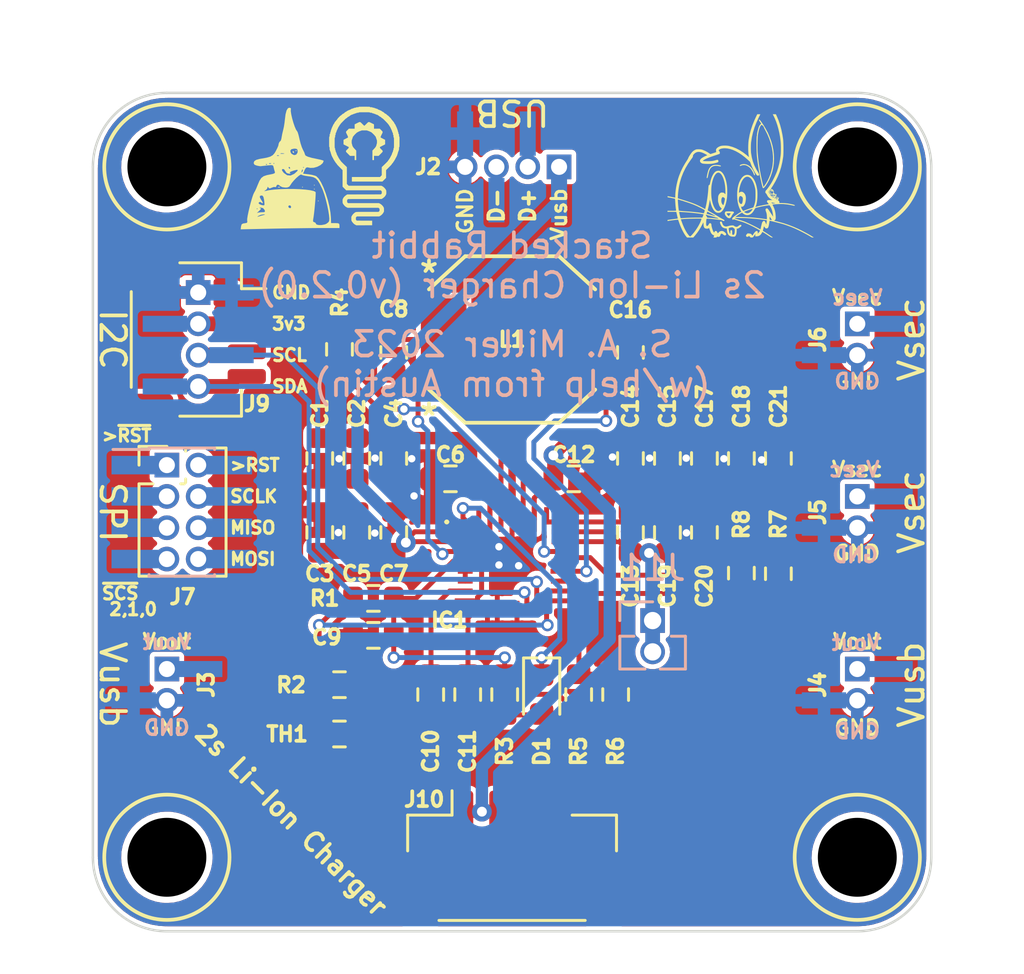
<source format=kicad_pcb>
(kicad_pcb (version 20211014) (generator pcbnew)
  (title_block (title "2s Li-Ion Charger") (rev "0.2.0") (company "The Nerd Mage / Austins Creations"))
  (layers (0 "F.Cu" signal) (31 "B.Cu" signal) (34 "B.Paste" user) (35 "F.Paste" user) (36 "B.SilkS" user "B.Silkscreen") (37 "F.SilkS" user "F.Silkscreen") (38 "B.Mask" user) (39 "F.Mask" user) (44 "Edge.Cuts" user))
  (net 0 "")
  (net 1 "UD+")
  (net 2 "UD-")
  (net 3 "GND")
  (net 8 "SDA")
  (net 9 "SCL")
  (net 10 "RESET")
  (net 11 "~{RESET}")
  (net 12 "~{SCS}2")
  (net 13 "SCLK")
  (net 14 "~{SCS}1")
  (net 15 "MISO")
  (net 16 "Vcc?")
  (net 17 "~{SCS}0")
  (net 18 "MOSI")
  (net 19 "Net-(C1-Pad2)")
  (net 20 "Vusb")
  (net 21 "Net-(C8-Pad1)")
  (net 22 "Net-(C8-Pad2)")
  (net 23 "/REGN")
  (net 24 "Net-(C10-Pad2)")
  (net 25 "VDD")
  (net 26 "Net-(C13-Pad1)")
  (net 27 "VBUS")
  (net 28 "Net-(C16-Pad1)")
  (net 29 "Net-(C16-Pad2)")
  (net 30 "Net-(D1-Pad1)")
  (net 31 "Net-(IC1-Pad6)")
  (net 33 "Net-(IC1-Pad16)")
  (net 34 "Net-(IC1-Pad17)")
  (net 35 "Net-(IC1-Pad18)")
  (net 36 "Net-(IC1-Pad20)")
  (net 37 "Net-(IC1-Pad21)")
  (net 38 "Net-(D1-Pad2)")
  (footprint "Tinker:Mount" (layer "F.Cu") (at 114 114)
    (fp_text reference "REF**" hide)
    (fp_text value "Mount" hide)
    (pad "" np_thru_hole circle (at 0 0) (size 3.2 3.2) (drill 3.2) (layers *.Mask))
  )
  (footprint "Resistor_SMD:R_0603_1608Metric" (layer "F.Cu") (at 109.3 102.475 -90)
    (fp_text reference "R8" (at -1.975 0 90) (layer "F.SilkS") (effects (font (size 0.6 0.6))))
    (fp_text value "100r")
    (pad "1" smd roundrect (at -0.825 0 270) (size 0.8 0.95) (layers "F.Cu" "F.Paste" "F.Mask") (net 27 "VBUS"))
    (pad "2" smd roundrect (at 0.825 0 270) (size 0.8 0.95) (layers "F.Cu" "F.Paste" "F.Mask") (net 35 "Net-(IC1-Pad18)"))
  )
  (footprint "Resistor_SMD:R_0603_1608Metric" (layer "F.Cu") (at 98.2 107.4 90)
    (fp_text reference "C11" (at -2.3 0 90) (layer "F.SilkS") (effects (font (size 0.6 0.6))))
    (fp_text value "100nF")
    (pad "1" smd roundrect (at -0.825 0 90) (size 0.8 0.95) (layers "F.Cu" "F.Paste" "F.Mask") (net 3 "GND"))
    (pad "2" smd roundrect (at 0.825 0 90) (size 0.8 0.95) (layers "F.Cu" "F.Paste" "F.Mask") (net 20 "Vusb"))
  )
  (footprint "Tinker:BQ25792RQMR" (layer "F.Cu") (at 100 102)
    (fp_text reference "IC1" (at -2.542101 2.388923) (layer "F.SilkS") (effects (font (size 0.6 0.6))))
    (fp_text value "BQ25792RQMR" hide)
    (pad "1" smd rect (at -1.825 -1.6 90) (size 0.2 0.95) (layers "F.Cu" "F.Paste" "F.Mask") (net 30 "Net-(D1-Pad1)"))
    (pad "2" smd rect (at -1.9 -1.2 90) (size 0.2 0.6) (layers "F.Cu" "F.Paste" "F.Mask") (net 20 "Vusb"))
    (pad "3" smd rect (at -1.9 -0.8 90) (size 0.2 0.6) (layers "F.Cu" "F.Paste" "F.Mask") (net 20 "Vusb"))
    (pad "4" smd rect (at -1.9 -0.4 90) (size 0.2 0.6) (layers "F.Cu" "F.Paste" "F.Mask") (net 22 "Net-(C8-Pad2)"))
    (pad "5" smd rect (at -1.9 0 90) (size 0.2 0.6) (layers "F.Cu" "F.Paste" "F.Mask") (net 23 "/REGN"))
    (pad "6" smd rect (at -1.9 0.4 90) (size 0.2 0.6) (layers "F.Cu" "F.Paste" "F.Mask") (net 31 "Net-(IC1-Pad6)"))
    (pad "7" smd rect (at -1.9 0.8 90) (size 0.2 0.6) (layers "F.Cu" "F.Paste" "F.Mask") (net 31 "Net-(IC1-Pad6)"))
    (pad "8" smd rect (at -1.9 1.2 90) (size 0.2 0.6) (layers "F.Cu" "F.Paste" "F.Mask") (net 24 "Net-(C10-Pad2)"))
    (pad "9" smd rect (at -1.85 1.6 90) (size 0.2 0.95) (layers "F.Cu" "F.Paste" "F.Mask") (net 20 "Vusb"))
    (pad "10" smd rect (at -1 1.9) (size 0.2 0.6) (layers "F.Cu" "F.Paste" "F.Mask") (net 3 "GND"))
    (pad "11" smd rect (at -0.6 1.9) (size 0.2 0.6) (layers "F.Cu" "F.Paste" "F.Mask") (net 3 "GND"))
    (pad "12" smd rect (at -0.2 1.9) (size 0.2 0.6) (layers "F.Cu" "F.Paste" "F.Mask"))
    (pad "13" smd rect (at 0.2 1.9) (size 0.2 0.6) (layers "F.Cu" "F.Paste" "F.Mask") (net 3 "GND"))
    (pad "14" smd rect (at 0.6 1.9) (size 0.2 0.6) (layers "F.Cu" "F.Paste" "F.Mask") (net 9 "SCL"))
    (pad "15" smd rect (at 1 1.9) (size 0.2 0.6) (layers "F.Cu" "F.Paste" "F.Mask") (net 8 "SDA"))
    (pad "16" smd rect (at 1.85 1.6 90) (size 0.2 0.95) (layers "F.Cu" "F.Paste" "F.Mask") (net 33 "Net-(IC1-Pad16)"))
    (pad "17" smd rect (at 1.9 1.2 90) (size 0.2 0.7) (layers "F.Cu" "F.Paste" "F.Mask") (net 34 "Net-(IC1-Pad17)"))
    (pad "18" smd rect (at 1.9 0.8 90) (size 0.2 0.65) (layers "F.Cu" "F.Paste" "F.Mask") (net 35 "Net-(IC1-Pad18)"))
    (pad "19" smd rect (at 1.9 0.4 90) (size 0.2 0.68) (layers "F.Cu" "F.Paste" "F.Mask") (net 28 "Net-(C16-Pad1)"))
    (pad "20" smd rect (at 1.9 0 90) (size 0.2 0.6) (layers "F.Cu" "F.Paste" "F.Mask") (net 36 "Net-(IC1-Pad20)"))
    (pad "21" smd rect (at 1.9 -0.4 90) (size 0.2 0.6) (layers "F.Cu" "F.Paste" "F.Mask") (net 37 "Net-(IC1-Pad21)"))
    (pad "22" smd rect (at 1.9 -0.8 90) (size 0.2 0.6) (layers "F.Cu" "F.Paste" "F.Mask") (net 27 "VBUS"))
    (pad "23" smd rect (at 1.9 -1.2 90) (size 0.2 0.6) (layers "F.Cu" "F.Paste" "F.Mask") (net 27 "VBUS"))
    (pad "24" smd rect (at 1.85 -1.6 90) (size 0.2 0.95) (layers "F.Cu" "F.Paste" "F.Mask") (net 26 "Net-(C13-Pad1)"))
    (pad "25" smd rect (at 0.9 -1.7) (size 0.2 1) (layers "F.Cu" "F.Paste" "F.Mask") (net 25 "VDD"))
    (pad "26" smd rect (at 0.45 -1.7) (size 0.2 1) (layers "F.Cu" "F.Paste" "F.Mask") (net 29 "Net-(C16-Pad2)"))
    (pad "27" smd rect (at 0 -1.7) (size 0.2 1) (layers "F.Cu" "F.Paste" "F.Mask") (net 3 "GND"))
    (pad "28" smd rect (at -0.45 -1.7) (size 0.2 1) (layers "F.Cu" "F.Paste" "F.Mask") (net 21 "Net-(C8-Pad1)"))
    (pad "29" smd rect (at -0.9 -1.7) (size 0.2 0.95) (layers "F.Cu" "F.Paste" "F.Mask") (net 19 "Net-(C1-Pad2)"))
    (pad "30" smd rect (at -1.35 -1.85) (size 0.2 0.7) (layers "F.Cu" "F.Paste" "F.Mask") (net 30 "Net-(D1-Pad1)"))
    (pad "31" smd rect (at -1.4 1.85) (size 0.2 0.7) (layers "F.Cu" "F.Paste" "F.Mask") (net 20 "Vusb"))
    (pad "32" smd rect (at 1.4 1.85) (size 0.2 0.7) (layers "F.Cu" "F.Paste" "F.Mask") (net 33 "Net-(IC1-Pad16)"))
    (pad "33" smd rect (at 1.4 -1.85) (size 0.2 0.7) (layers "F.Cu" "F.Paste" "F.Mask") (net 26 "Net-(C13-Pad1)"))
  )
  (footprint "Tinker:QWIIC_Stack_II" (layer "F.Cu") (at 87.27 93 -90)
    (fp_text reference "J9" (at 2.61321 -2.390416 180) (layer "F.SilkS") (effects (font (size 0.6 0.6))))
    (fp_text value "QWIIC_Stack_II")
    (pad "1" smd rect (at -1.905 -1.35) (size 1.8 0.65) (layers "B.Cu" "B.Paste" "B.Mask") (net 3 "GND"))
    (pad "1" smd roundrect (at -1.5 -1.97 270) (size 0.6 1.55) (layers "F.Cu" "F.Paste" "F.Mask") (net 3 "GND"))
    (pad "1" thru_hole rect (at -1.905 0) (size 1 1) (drill 0.65) (layers *.Cu *.Mask) (net 3 "GND"))
    (pad "1" smd roundrect (at -1.905 -0.877656 270) (size 0.6 1.55) (layers "F.Cu" "F.Paste" "F.Mask") (net 3 "GND"))
    (pad "2" smd roundrect (at -0.5 -1.97 270) (size 0.6 1.55) (layers "F.Cu" "F.Paste" "F.Mask") (net 16 "Vcc?"))
    (pad "2" smd rect (at -0.635 1.35) (size 1.8 0.65) (layers "B.Cu" "B.Paste" "B.Mask") (net 16 "Vcc?"))
    (pad "2" thru_hole oval (at -0.635 0) (size 1 1) (drill 0.65) (layers *.Cu *.Mask) (net 16 "Vcc?"))
    (pad "2" smd roundrect (at -0.635 -0.877656 270) (size 0.6 1.55) (layers "F.Cu" "F.Paste" "F.Mask") (net 16 "Vcc?"))
    (pad "3" smd rect (at 0.635 -1.35) (size 1.8 0.65) (layers "B.Cu" "B.Paste" "B.Mask") (net 8 "SDA"))
    (pad "3" smd roundrect (at 0.5 -1.97 270) (size 0.6 1.55) (layers "F.Cu" "F.Paste" "F.Mask") (net 8 "SDA"))
    (pad "3" thru_hole oval (at 0.635 0) (size 1 1) (drill 0.65) (layers *.Cu *.Mask) (net 8 "SDA"))
    (pad "3" smd roundrect (at 0.635 -0.877656 270) (size 0.6 1.55) (layers "F.Cu" "F.Paste" "F.Mask") (net 8 "SDA"))
    (pad "4" smd rect (at 1.905 1.35) (size 1.8 0.65) (layers "B.Cu" "B.Paste" "B.Mask") (net 9 "SCL"))
    (pad "4" thru_hole oval (at 1.905 0) (size 1 1) (drill 0.65) (layers *.Cu *.Mask) (net 9 "SCL"))
    (pad "4" smd roundrect (at 1.5 -1.97 270) (size 0.6 1.55) (layers "F.Cu" "F.Paste" "F.Mask") (net 9 "SCL"))
    (pad "4" smd roundrect (at 1.905 -0.877656 270) (size 0.6 1.55) (layers "F.Cu" "F.Paste" "F.Mask") (net 9 "SCL"))
    (pad "MP" smd roundrect (at -2.8 1.905 270) (size 1.2 1.8) (layers "F.Cu" "F.Paste" "F.Mask") (roundrect_rratio 0.208333) (net 3 "GND"))
    (pad "MP" smd roundrect (at 2.8 1.905 270) (size 1.2 1.8) (layers "F.Cu" "F.Paste" "F.Mask") (roundrect_rratio 0.208333) (net 3 "GND"))
  )
  (footprint "Resistor_SMD:R_0603_1608Metric" (layer "F.Cu") (at 96.7 107.4 90)
    (fp_text reference "C10" (at -2.3 0 90) (layer "F.SilkS") (effects (font (size 0.6 0.6))))
    (fp_text value "100nF")
    (pad "1" smd roundrect (at -0.825 0 90) (size 0.8 0.95) (layers "F.Cu" "F.Paste" "F.Mask") (net 3 "GND"))
    (pad "2" smd roundrect (at 0.825 0 90) (size 0.8 0.95) (layers "F.Cu" "F.Paste" "F.Mask") (net 24 "Net-(C10-Pad2)"))
  )
  (footprint "Tinker:PinHeader_2x04_P1.27mm_Vertical" (layer "F.Cu") (at 86 98.095)
    (fp_text reference "J7" (at 0.635 5.345 180) (layer "F.SilkS") (effects (font (size 0.6 0.6))))
    (fp_text value "Conn_01x08_Male" hide)
    (pad "1" smd rect (at -1.195 0) (size 2.1 0.75) (layers "B.Cu" "B.Paste" "B.Mask") (net 11 "~{RESET}"))
    (pad "1" thru_hole rect (at 0 0) (size 1 1) (drill 0.65) (layers *.Cu *.Mask) (net 11 "~{RESET}"))
    (pad "2" smd rect (at 2.405 0) (size 2.1 0.75) (layers "B.Cu" "B.Paste" "B.Mask") (net 10 "RESET"))
    (pad "2" thru_hole oval (at 1.27 0) (size 1 1) (drill 0.65) (layers *.Cu *.Mask) (net 10 "RESET"))
    (pad "3" smd rect (at -1.195 1.27) (size 2.1 0.75) (layers "B.Cu" "B.Paste" "B.Mask") (net 12 "~{SCS}2"))
    (pad "3" thru_hole oval (at 0 1.27) (size 1 1) (drill 0.65) (layers *.Cu *.Mask) (net 12 "~{SCS}2"))
    (pad "4" thru_hole oval (at 1.27 1.27) (size 1 1) (drill 0.65) (layers *.Cu *.Mask) (net 13 "SCLK"))
    (pad "4" smd rect (at 2.405 1.27) (size 2.1 0.75) (layers "B.Cu" "B.Paste" "B.Mask") (net 13 "SCLK"))
    (pad "5" thru_hole oval (at 0 2.54) (size 1 1) (drill 0.65) (layers *.Cu *.Mask) (net 14 "~{SCS}1"))
    (pad "5" smd rect (at -1.195 2.54) (size 2.1 0.75) (layers "B.Cu" "B.Paste" "B.Mask") (net 14 "~{SCS}1"))
    (pad "6" smd rect (at 2.405 2.54) (size 2.1 0.75) (layers "B.Cu" "B.Paste" "B.Mask") (net 15 "MISO"))
    (pad "6" thru_hole oval (at 1.27 2.54) (size 1 1) (drill 0.65) (layers *.Cu *.Mask) (net 15 "MISO"))
    (pad "7" smd rect (at -1.195 3.81) (size 2.1 0.75) (layers "B.Cu" "B.Paste" "B.Mask") (net 17 "~{SCS}0"))
    (pad "7" thru_hole oval (at 0 3.81) (size 1 1) (drill 0.65) (layers *.Cu *.Mask) (net 17 "~{SCS}0"))
    (pad "8" thru_hole oval (at 1.27 3.81) (size 1 1) (drill 0.65) (layers *.Cu *.Mask) (net 18 "MOSI"))
    (pad "8" smd rect (at 2.405 3.81) (size 2.1 0.75) (layers "B.Cu" "B.Paste" "B.Mask") (net 18 "MOSI"))
  )
  (footprint "Resistor_SMD:R_0603_1608Metric" (layer "F.Cu") (at 104.8 100.825 -90)
    (fp_text reference "C13" (at 2.175 0 90) (layer "F.SilkS") (effects (font (size 0.6 0.6))))
    (fp_text value "1nF")
    (pad "1" smd roundrect (at -0.825 0 270) (size 0.8 0.95) (layers "F.Cu" "F.Paste" "F.Mask") (net 26 "Net-(C13-Pad1)"))
    (pad "2" smd roundrect (at 0.825 0 270) (size 0.8 0.95) (layers "F.Cu" "F.Paste" "F.Mask") (net 27 "VBUS"))
  )
  (footprint "Tinker:Mount" (layer "F.Cu") (at 86 114)
    (fp_text reference "REF**" hide)
    (fp_text value "Mount" hide)
    (pad "" np_thru_hole circle (at 0 0) (size 3.2 3.2) (drill 3.2) (layers *.Mask))
  )
  (footprint "Resistor_SMD:R_0603_1608Metric" (layer "F.Cu") (at 94.375 103.5 180)
    (fp_text reference "R1" (at 1.975 0) (layer "F.SilkS") (effects (font (size 0.6 0.6))))
    (fp_text value "5.23k")
    (pad "1" smd roundrect (at -0.825 0 180) (size 0.8 0.95) (layers "F.Cu" "F.Paste" "F.Mask") (net 23 "/REGN"))
    (pad "2" smd roundrect (at 0.825 0 180) (size 0.8 0.95) (layers "F.Cu" "F.Paste" "F.Mask") (net 33 "Net-(IC1-Pad16)"))
  )
  (footprint "Resistor_SMD:R_0603_1608Metric" (layer "F.Cu") (at 99.7 107.4 -90)
    (fp_text reference "R3" (at 2.3 0 90) (layer "F.SilkS") (effects (font (size 0.6 0.6))))
    (fp_text value "4.7k")
    (pad "1" smd roundrect (at -0.825 0 270) (size 0.8 0.95) (layers "F.Cu" "F.Paste" "F.Mask") (net 23 "/REGN"))
    (pad "2" smd roundrect (at 0.825 0 270) (size 0.8 0.95) (layers "F.Cu" "F.Paste" "F.Mask") (net 38 "Net-(D1-Pad2)"))
  )
  (footprint "Tinker:DagNabbit" (layer "F.Cu") (at 109 87)
    (fp_text reference "REF**" hide)
    (fp_text value "DagNabbit" hide)
  )
  (footprint "Resistor_SMD:R_0603_1608Metric" (layer "F.Cu") (at 104.8 97.825 90)
    (fp_text reference "C14" (at 2.113964 0.006845 90) (layer "F.SilkS") (effects (font (size 0.6 0.6))))
    (fp_text value "10uF")
    (pad "1" smd roundrect (at -0.825 0 90) (size 0.8 0.95) (layers "F.Cu" "F.Paste" "F.Mask") (net 3 "GND"))
    (pad "2" smd roundrect (at 0.825 0 90) (size 0.8 0.95) (layers "F.Cu" "F.Paste" "F.Mask") (net 25 "VDD"))
  )
  (footprint "Resistor_SMD:R_0603_1608Metric" (layer "F.Cu") (at 95.2 100.825 -90)
    (fp_text reference "C7" (at 1.675 0) (layer "F.SilkS") (effects (font (size 0.6 0.6))))
    (fp_text value "100nF")
    (pad "1" smd roundrect (at -0.825 0 270) (size 0.8 0.95) (layers "F.Cu" "F.Paste" "F.Mask") (net 3 "GND"))
    (pad "2" smd roundrect (at 0.825 0 270) (size 0.8 0.95) (layers "F.Cu" "F.Paste" "F.Mask") (net 20 "Vusb"))
  )
  (footprint "LED_SMD:LED_0603_1608Metric" (layer "F.Cu") (at 101.2 107.4 -90)
    (fp_text reference "D1" (at 2.3 0 90) (layer "F.SilkS") (effects (font (size 0.6 0.6))))
    (fp_text value "red")
    (pad "1" smd roundrect (at -0.7875 0 270) (size 0.875 0.95) (layers "F.Cu" "F.Paste" "F.Mask") (net 30 "Net-(D1-Pad1)"))
    (pad "2" smd roundrect (at 0.7875 0 270) (size 0.875 0.95) (layers "F.Cu" "F.Paste" "F.Mask") (net 38 "Net-(D1-Pad2)"))
  )
  (footprint "Resistor_SMD:R_0603_1608Metric" (layer "F.Cu") (at 93 109)
    (fp_text reference "TH1" (at -2.12186 0.006083) (layer "F.SilkS") (effects (font (size 0.6 0.6))))
    (fp_text value "Thermistor_NTC")
    (pad "1" smd roundrect (at -0.825 0) (size 0.8 0.95) (layers "F.Cu" "F.Paste" "F.Mask") (net 33 "Net-(IC1-Pad16)"))
    (pad "2" smd roundrect (at 0.825 0) (size 0.8 0.95) (layers "F.Cu" "F.Paste" "F.Mask") (net 3 "GND"))
  )
  (footprint "Tinker:Board_Stacker_2" (layer "F.Cu") (at 114 106.365)
    (fp_text reference "J4" (at -1.6 0.635 90) (layer "F.SilkS") (effects (font (size 0.6 0.6))))
    (fp_text value "Conn_01x02_Male")
    (pad "1" thru_hole rect (at 0 0) (size 1 1) (drill 0.65) (layers *.Cu *.Mask))
    (pad "1" smd rect (at 1.35 0) (size 1.8 0.65) (layers "B.Cu" "B.Paste" "B.Mask"))
    (pad "2" thru_hole oval (at 0 1.27) (size 1 1) (drill 0.65) (layers *.Cu *.Mask) (net 3 "GND"))
    (pad "2" smd rect (at -1.35 1.27) (size 1.8 0.65) (layers "B.Cu" "B.Paste" "B.Mask") (net 3 "GND"))
  )
  (footprint "Resistor_SMD:R_0603_1608Metric" (layer "F.Cu") (at 92.2 97.825 90)
    (fp_text reference "C1" (at 1.829756 0.007499 90) (layer "F.SilkS") (effects (font (size 0.6 0.6))))
    (fp_text value "10uF")
    (pad "1" smd roundrect (at -0.825 0 90) (size 0.8 0.95) (layers "F.Cu" "F.Paste" "F.Mask") (net 3 "GND"))
    (pad "2" smd roundrect (at 0.825 0 90) (size 0.8 0.95) (layers "F.Cu" "F.Paste" "F.Mask") (net 19 "Net-(C1-Pad2)"))
  )
  (footprint "Resistor_SMD:R_0603_1608Metric" (layer "F.Cu") (at 110.8 97.825 90)
    (fp_text reference "C21" (at 2.113964 0.006845 90) (layer "F.SilkS") (effects (font (size 0.6 0.6))))
    (fp_text value "10uF")
    (pad "1" smd roundrect (at -0.825 0 90) (size 0.8 0.95) (layers "F.Cu" "F.Paste" "F.Mask") (net 3 "GND"))
    (pad "2" smd roundrect (at 0.825 0 90) (size 0.8 0.95) (layers "F.Cu" "F.Paste" "F.Mask") (net 25 "VDD"))
  )
  (footprint "Resistor_SMD:R_0603_1608Metric" (layer "F.Cu") (at 104.8 93.525 90)
    (fp_text reference "C16" (at 1.727244 -0.005157) (layer "F.SilkS") (effects (font (size 0.6 0.6))))
    (fp_text value "47nF")
    (pad "1" smd roundrect (at -0.825 0 90) (size 0.8 0.95) (layers "F.Cu" "F.Paste" "F.Mask") (net 28 "Net-(C16-Pad1)"))
    (pad "2" smd roundrect (at 0.825 0 90) (size 0.8 0.95) (layers "F.Cu" "F.Paste" "F.Mask") (net 29 "Net-(C16-Pad2)"))
  )
  (footprint "Tinker:Mount" (layer "F.Cu") (at 114 86)
    (fp_text reference "REF**" hide)
    (fp_text value "Mount" hide)
    (pad "" np_thru_hole circle (at 0 0) (size 3.2 3.2) (drill 3.2) (layers *.Mask))
  )
  (footprint "Resistor_SMD:R_0603_1608Metric" (layer "F.Cu") (at 107.8 100.825 -90)
    (fp_text reference "C20" (at 2.175 0 90) (layer "F.SilkS") (effects (font (size 0.6 0.6))))
    (fp_text value "10uF")
    (pad "1" smd roundrect (at -0.825 0 270) (size 0.8 0.95) (layers "F.Cu" "F.Paste" "F.Mask") (net 3 "GND"))
    (pad "2" smd roundrect (at 0.825 0 270) (size 0.8 0.95) (layers "F.Cu" "F.Paste" "F.Mask") (net 27 "VBUS"))
  )
  (footprint "Resistor_SMD:R_0603_1608Metric" (layer "F.Cu") (at 93.7 100.825 -90)
    (fp_text reference "C5" (at 1.675 0) (layer "F.SilkS") (effects (font (size 0.6 0.6))))
    (fp_text value "10uF")
    (pad "1" smd roundrect (at -0.825 0 270) (size 0.8 0.95) (layers "F.Cu" "F.Paste" "F.Mask") (net 3 "GND"))
    (pad "2" smd roundrect (at 0.825 0 270) (size 0.8 0.95) (layers "F.Cu" "F.Paste" "F.Mask") (net 20 "Vusb"))
  )
  (footprint "Resistor_SMD:R_0603_1608Metric" (layer "F.Cu") (at 92.2 100.825 -90)
    (fp_text reference "C3" (at 1.675 0) (layer "F.SilkS") (effects (font (size 0.6 0.6))))
    (fp_text value "10uF")
    (pad "1" smd roundrect (at -0.825 0 270) (size 0.8 0.95) (layers "F.Cu" "F.Paste" "F.Mask") (net 3 "GND"))
    (pad "2" smd roundrect (at 0.825 0 270) (size 0.8 0.95) (layers "F.Cu" "F.Paste" "F.Mask") (net 20 "Vusb"))
  )
  (footprint "Tinker:Board_Stacker_4" (layer "F.Cu") (at 101.905 86 -90)
    (fp_text reference "J2" (at 0 5.305) (layer "F.SilkS") (effects (font (size 0.6 0.6))))
    (fp_text value "Conn_01x04_Male")
    (pad "1" smd rect (at 1.35 0 270) (size 1.8 0.65) (layers "B.Cu" "B.Paste" "B.Mask") (net 20 "Vusb"))
    (pad "1" thru_hole rect (at 0 0 270) (size 1 1) (drill 0.65) (layers *.Cu *.Mask) (net 20 "Vusb"))
    (pad "2" thru_hole oval (at 0 1.27 270) (size 1 1) (drill 0.65) (layers *.Cu *.Mask) (net 1 "UD+"))
    (pad "2" smd rect (at -1.35 1.27 270) (size 1.8 0.65) (layers "B.Cu" "B.Paste" "B.Mask") (net 1 "UD+"))
    (pad "3" thru_hole oval (at 0 2.54 270) (size 1 1) (drill 0.65) (layers *.Cu *.Mask) (net 2 "UD-"))
    (pad "3" smd rect (at 1.35 2.54 270) (size 1.8 0.65) (layers "B.Cu" "B.Paste" "B.Mask") (net 2 "UD-"))
    (pad "4" thru_hole oval (at 0 3.81 270) (size 1 1) (drill 0.65) (layers *.Cu *.Mask) (net 3 "GND"))
    (pad "4" smd rect (at -1.35 3.81 270) (size 1.8 0.65) (layers "B.Cu" "B.Paste" "B.Mask") (net 3 "GND"))
  )
  (footprint "Tinker:Board_Stacker_2" (layer "F.Cu") (at 86 106.365)
    (fp_text reference "J3" (at 1.6 0.635 90) (layer "F.SilkS") (effects (font (size 0.6 0.6))))
    (fp_text value "Conn_01x02_Male")
    (pad "1" smd rect (at 1.35 0) (size 1.8 0.65) (layers "B.Cu" "B.Paste" "B.Mask"))
    (pad "1" thru_hole rect (at 0 0) (size 1 1) (drill 0.65) (layers *.Cu *.Mask))
    (pad "2" smd rect (at -1.35 1.27) (size 1.8 0.65) (layers "B.Cu" "B.Paste" "B.Mask") (net 3 "GND"))
    (pad "2" thru_hole oval (at 0 1.27) (size 1 1) (drill 0.65) (layers *.Cu *.Mask) (net 3 "GND"))
  )
  (footprint "Tinker:SPM6530_TDK" (layer "F.Cu") (at 100 93)
    (fp_text reference "L1" (at 0 0 unlocked) (layer "F.SilkS") (effects (font (size 0.6 0.6))))
    (fp_text value "1uH")
    (fp_text user "*" (at -3.370346 3.131465) (layer "F.SilkS"))
    (fp_text user "*" (at -3.370346 -2.66281 unlocked) (layer "F.SilkS"))
    (pad "1" smd rect (at -2.775 0) (size 1.85 3.400001) (layers "F.Cu" "F.Paste" "F.Mask") (net 21 "Net-(C8-Pad1)"))
    (pad "2" smd rect (at 2.775 0) (size 1.85 3.400001) (layers "F.Cu" "F.Paste" "F.Mask") (net 29 "Net-(C16-Pad2)"))
  )
  (footprint "Resistor_SMD:R_0603_1608Metric" (layer "F.Cu") (at 109.3 97.825 90)
    (fp_text reference "C18" (at 2.113964 0.006845 90) (layer "F.SilkS") (effects (font (size 0.6 0.6))))
    (fp_text value "10uF")
    (pad "1" smd roundrect (at -0.825 0 90) (size 0.8 0.95) (layers "F.Cu" "F.Paste" "F.Mask") (net 3 "GND"))
    (pad "2" smd roundrect (at 0.825 0 90) (size 0.8 0.95) (layers "F.Cu" "F.Paste" "F.Mask") (net 25 "VDD"))
  )
  (footprint "Resistor_SMD:R_0603_1608Metric" (layer "F.Cu") (at 102.7 107.4 -90)
    (fp_text reference "R5" (at 2.3 0 90) (layer "F.SilkS") (effects (font (size 0.6 0.6))))
    (fp_text value "100k")
    (pad "1" smd roundrect (at -0.825 0 270) (size 0.8 0.95) (layers "F.Cu" "F.Paste" "F.Mask") (net 34 "Net-(IC1-Pad17)"))
    (pad "2" smd roundrect (at 0.825 0 270) (size 0.8 0.95) (layers "F.Cu" "F.Paste" "F.Mask") (net 23 "/REGN"))
  )
  (footprint "Resistor_SMD:R_0603_1608Metric" (layer "F.Cu") (at 106.3 100.825 -90)
    (fp_text reference "C19" (at 2.175 0 90) (layer "F.SilkS") (effects (font (size 0.6 0.6))))
    (fp_text value "10uF")
    (pad "1" smd roundrect (at -0.825 0 270) (size 0.8 0.95) (layers "F.Cu" "F.Paste" "F.Mask") (net 3 "GND"))
    (pad "2" smd roundrect (at 0.825 0 270) (size 0.8 0.95) (layers "F.Cu" "F.Paste" "F.Mask") (net 27 "VBUS"))
  )
  (footprint "Resistor_SMD:R_0603_1608Metric" (layer "F.Cu") (at 94.375 105)
    (fp_text reference "C9" (at -1.889716 0.07377) (layer "F.SilkS") (effects (font (size 0.6 0.6))))
    (fp_text value "4.7uF")
    (pad "1" smd roundrect (at -0.825 0) (size 0.8 0.95) (layers "F.Cu" "F.Paste" "F.Mask") (net 3 "GND"))
    (pad "2" smd roundrect (at 0.825 0) (size 0.8 0.95) (layers "F.Cu" "F.Paste" "F.Mask") (net 23 "/REGN"))
  )
  (footprint "Resistor_SMD:R_0603_1608Metric" (layer "F.Cu") (at 104.2 107.4 -90)
    (fp_text reference "R6" (at 2.3 0 90) (layer "F.SilkS") (effects (font (size 0.6 0.6))))
    (fp_text value "100k")
    (pad "1" smd roundrect (at -0.825 0 270) (size 0.8 0.95) (layers "F.Cu" "F.Paste" "F.Mask") (net 34 "Net-(IC1-Pad17)"))
    (pad "2" smd roundrect (at 0.825 0 270) (size 0.8 0.95) (layers "F.Cu" "F.Paste" "F.Mask") (net 3 "GND"))
  )
  (footprint "Tinker:Board_Stacker_2" (layer "F.Cu") (at 114 92.365)
    (fp_text reference "J6" (at -1.6 0.635 90) (layer "F.SilkS") (effects (font (size 0.6 0.6))))
    (fp_text value "Conn_01x02_Male")
    (pad "1" thru_hole rect (at 0 0) (size 1 1) (drill 0.65) (layers *.Cu *.Mask))
    (pad "1" smd rect (at 1.35 0) (size 1.8 0.65) (layers "B.Cu" "B.Paste" "B.Mask"))
    (pad "2" smd rect (at -1.35 1.27) (size 1.8 0.65) (layers "B.Cu" "B.Paste" "B.Mask") (net 3 "GND"))
    (pad "2" thru_hole oval (at 0 1.27) (size 1 1) (drill 0.65) (layers *.Cu *.Mask) (net 3 "GND"))
  )
  (footprint "Tinker:Board_Stacker_2" (layer "F.Cu") (at 114 99.365)
    (fp_text reference "J5" (at -1.6 0.635 90) (layer "F.SilkS") (effects (font (size 0.6 0.6))))
    (fp_text value "Conn_01x02_Male")
    (pad "1" smd rect (at 1.35 0) (size 1.8 0.65) (layers "B.Cu" "B.Paste" "B.Mask"))
    (pad "1" thru_hole rect (at 0 0) (size 1 1) (drill 0.65) (layers *.Cu *.Mask))
    (pad "2" thru_hole oval (at 0 1.27) (size 1 1) (drill 0.65) (layers *.Cu *.Mask) (net 3 "GND"))
    (pad "2" smd rect (at -1.35 1.27) (size 1.8 0.65) (layers "B.Cu" "B.Paste" "B.Mask") (net 3 "GND"))
  )
  (footprint "Tinker:Mount" (layer "F.Cu") (at 86 86)
    (fp_text reference "REF**" hide)
    (fp_text value "Mount" hide)
    (pad "" np_thru_hole circle (at 0 0) (size 3.2 3.2) (drill 3.2) (layers *.Mask))
  )
  (footprint "Resistor_SMD:R_0603_1608Metric" (layer "F.Cu") (at 110.8 102.5 90)
    (fp_text reference "R7" (at 2 0 90) (layer "F.SilkS") (effects (font (size 0.6 0.6))))
    (fp_text value "8.2k")
    (pad "1" smd roundrect (at -0.825 0 90) (size 0.8 0.95) (layers "F.Cu" "F.Paste" "F.Mask") (net 36 "Net-(IC1-Pad20)"))
    (pad "2" smd roundrect (at 0.825 0 90) (size 0.8 0.95) (layers "F.Cu" "F.Paste" "F.Mask") (net 3 "GND"))
  )
  (footprint "Resistor_SMD:R_0603_1608Metric" (layer "F.Cu") (at 102.5 98.65 180)
    (fp_text reference "C12" (at 0 0.975) (layer "F.SilkS") (effects (font (size 0.6 0.6))))
    (fp_text value "100nF")
    (pad "1" smd roundrect (at -0.825 0 180) (size 0.8 0.95) (layers "F.Cu" "F.Paste" "F.Mask") (net 3 "GND"))
    (pad "2" smd roundrect (at 0.825 0 180) (size 0.8 0.95) (layers "F.Cu" "F.Paste" "F.Mask") (net 25 "VDD"))
  )
  (footprint "Tinker:NerdMage" (layer "F.Cu") (at 91 86)
    (fp_text reference "G***" hide)
    (fp_text value "LOGO" hide)
  )
  (footprint "Resistor_SMD:R_0603_1608Metric" (layer "F.Cu") (at 95.2 97.825 90)
    (fp_text reference "C4" (at 1.829756 0.007499 90) (layer "F.SilkS") (effects (font (size 0.6 0.6))))
    (fp_text value "10uF")
    (pad "1" smd roundrect (at -0.825 0 90) (size 0.8 0.95) (layers "F.Cu" "F.Paste" "F.Mask") (net 3 "GND"))
    (pad "2" smd roundrect (at 0.825 0 90) (size 0.8 0.95) (layers "F.Cu" "F.Paste" "F.Mask") (net 19 "Net-(C1-Pad2)"))
  )
  (footprint "Tinker:AC_Logo" (layer "F.Cu") (at 94 86)
    (fp_text reference "G***" hide)
    (fp_text value "LOGO" hide)
  )
  (footprint "Resistor_SMD:R_0603_1608Metric" (layer "F.Cu") (at 107.8 97.825 90)
    (fp_text reference "C17" (at 2.113964 0.006845 90) (layer "F.SilkS") (effects (font (size 0.6 0.6))))
    (fp_text value "10uF")
    (pad "1" smd roundrect (at -0.825 0 90) (size 0.8 0.95) (layers "F.Cu" "F.Paste" "F.Mask") (net 3 "GND"))
    (pad "2" smd roundrect (at 0.825 0 90) (size 0.8 0.95) (layers "F.Cu" "F.Paste" "F.Mask") (net 25 "VDD"))
  )
  (footprint "Connector_JST:JST_GH_SM04B-GHS-TB_1x04-1MP_P1.25mm_Horizontal" (layer "F.Cu") (at 100 114)
    (fp_text reference "J10" (at -3.562786 -2.348315) (layer "F.SilkS") (effects (font (size 0.6 0.6))))
    (fp_text value "Output")
    (pad "1" smd roundrect (at -1.875 -1.85) (size 0.6 1.7) (layers "F.Cu" "F.Paste" "F.Mask") (net 25 "VDD"))
    (pad "2" smd roundrect (at -0.625 -1.85) (size 0.6 1.7) (layers "F.Cu" "F.Paste" "F.Mask") (net 25 "VDD"))
    (pad "3" smd roundrect (at 0.625 -1.85) (size 0.6 1.7) (layers "F.Cu" "F.Paste" "F.Mask") (net 3 "GND"))
    (pad "4" smd roundrect (at 1.875 -1.85) (size 0.6 1.7) (layers "F.Cu" "F.Paste" "F.Mask") (net 3 "GND"))
    (pad "MP" smd roundrect (at -3.725 1.35) (size 1 2.7) (layers "F.Cu" "F.Paste" "F.Mask") (net 3 "GND"))
    (pad "MP" smd roundrect (at 3.725 1.35) (size 1 2.7) (layers "F.Cu" "F.Paste" "F.Mask") (net 3 "GND"))
  )
  (footprint "Resistor_SMD:R_0603_1608Metric" (layer "F.Cu") (at 97.5 98.65)
    (fp_text reference "C6" (at 0 -0.975) (layer "F.SilkS") (effects (font (size 0.6 0.6))))
    (fp_text value "100nF")
    (pad "1" smd roundrect (at -0.825 0) (size 0.8 0.95) (layers "F.Cu" "F.Paste" "F.Mask") (net 3 "GND"))
    (pad "2" smd roundrect (at 0.825 0) (size 0.8 0.95) (layers "F.Cu" "F.Paste" "F.Mask") (net 19 "Net-(C1-Pad2)"))
  )
  (footprint "Resistor_SMD:R_0603_1608Metric" (layer "F.Cu") (at 93 107)
    (fp_text reference "R2" (at -1.961879 0.014932) (layer "F.SilkS") (effects (font (size 0.6 0.6))))
    (fp_text value "30.1k")
    (pad "1" smd roundrect (at -0.825 0) (size 0.8 0.95) (layers "F.Cu" "F.Paste" "F.Mask") (net 33 "Net-(IC1-Pad16)"))
    (pad "2" smd roundrect (at 0.825 0) (size 0.8 0.95) (layers "F.Cu" "F.Paste" "F.Mask") (net 3 "GND"))
  )
  (footprint "Resistor_SMD:R_0603_1608Metric" (layer "F.Cu") (at 93 93.4 90)
    (fp_text reference "R4" (at 1.900563 0.010273 90) (layer "F.SilkS") (effects (font (size 0.6 0.6))))
    (fp_text value "10k")
    (pad "1" smd roundrect (at -0.825 0 90) (size 0.8 0.95) (layers "F.Cu" "F.Paste" "F.Mask") (net 37 "Net-(IC1-Pad21)"))
    (pad "2" smd roundrect (at 0.825 0 90) (size 0.8 0.95) (layers "F.Cu" "F.Paste" "F.Mask") (net 16 "Vcc?"))
  )
  (footprint "Resistor_SMD:R_0603_1608Metric" (layer "F.Cu") (at 95.2 93.525 -90)
    (fp_text reference "C8" (at -1.753022 -0.002363) (layer "F.SilkS") (effects (font (size 0.6 0.6))))
    (fp_text value "47nF")
    (pad "1" smd roundrect (at -0.825 0 270) (size 0.8 0.95) (layers "F.Cu" "F.Paste" "F.Mask") (net 21 "Net-(C8-Pad1)"))
    (pad "2" smd roundrect (at 0.825 0 270) (size 0.8 0.95) (layers "F.Cu" "F.Paste" "F.Mask") (net 22 "Net-(C8-Pad2)"))
  )
  (footprint "Resistor_SMD:R_0603_1608Metric" (layer "F.Cu") (at 106.3 97.825 90)
    (fp_text reference "C15" (at 2.113964 0.006845 90) (layer "F.SilkS") (effects (font (size 0.6 0.6))))
    (fp_text value "10uF")
    (pad "1" smd roundrect (at -0.825 0 90) (size 0.8 0.95) (layers "F.Cu" "F.Paste" "F.Mask") (net 3 "GND"))
    (pad "2" smd roundrect (at 0.825 0 90) (size 0.8 0.95) (layers "F.Cu" "F.Paste" "F.Mask") (net 25 "VDD"))
  )
  (footprint "Resistor_SMD:R_0603_1608Metric" (layer "F.Cu") (at 93.7 97.825 90)
    (fp_text reference "C2" (at 1.829756 0.007499 90) (layer "F.SilkS") (effects (font (size 0.6 0.6))))
    (fp_text value "10uF")
    (pad "1" smd roundrect (at -0.825 0 90) (size 0.8 0.95) (layers "F.Cu" "F.Paste" "F.Mask") (net 3 "GND"))
    (pad "2" smd roundrect (at 0.825 0 90) (size 0.8 0.95) (layers "F.Cu" "F.Paste" "F.Mask") (net 19 "Net-(C1-Pad2)"))
  )
  (footprint "Connector_PinSocket_1.27mm:PinSocket_1x02_P1.27mm_Vertical" (layer "B.Cu") (at 105.7 104.4 180)
    (fp_text reference "J11" (at 0 2.135) (layer "B.SilkS") (effects (justify mirror)))
    (fp_text value "Conn_01x02")
    (pad "1" thru_hole rect (at 0 0 180) (size 1 1) (drill 0.7) (layers *.Cu *.Mask) (net 27 "VBUS"))
    (pad "2" thru_hole oval (at 0 -1.27 180) (size 1 1) (drill 0.7) (layers *.Cu *.Mask) (net 27 "VBUS"))
  )
  (gr_line (start 117 86) (end 117 114) (layer "Edge.Cuts") (width 0.1))
  (gr_arc (start 86 117) (mid 83.87868 116.12132) (end 83 114) (layer "Edge.Cuts") (width 0.1))
  (gr_arc (start 83 86) (mid 83.87868 83.87868) (end 86 83) (layer "Edge.Cuts") (width 0.1))
  (gr_line (start 86 83) (end 114 83) (layer "Edge.Cuts") (width 0.1))
  (gr_line (start 83 114) (end 83 86) (layer "Edge.Cuts") (width 0.1))
  (gr_arc (start 114 83) (mid 116.12132 83.87868) (end 117 86) (layer "Edge.Cuts") (width 0.1))
  (gr_line (start 86 117) (end 114 117) (layer "Edge.Cuts") (width 0.1))
  (gr_arc (start 117 114) (mid 116.12132 116.12132) (end 114 117) (layer "Edge.Cuts") (width 0.1))
  (gr_text "Stacked Rabbit\n${TITLE} (v${REVISION})" (at 100 90) (layer "B.SilkS") (effects (font (size 1 1)) (justify mirror)))
  (gr_text "GND" (at 113.911636 101.744492) (layer "B.SilkS") (effects (font (size 0.6 0.6) (thickness 0.125)) (justify mirror)))
  (gr_text "GND" (at 85.995908 108.747728) (layer "B.SilkS") (effects (font (size 0.6 0.6) (thickness 0.125)) (justify mirror)))
  (gr_text "Vout" (at 113.950572 105.303488) (layer "B.SilkS") (effects (font (size 0.6 0.6) (thickness 0.125)) (justify mirror)))
  (gr_text "GND" (at 114 94.7) (layer "B.SilkS") (effects (font (size 0.6 0.6) (thickness 0.125)) (justify mirror)))
  (gr_text "Vsec" (at 113.872799 98.268635) (layer "B.SilkS") (effects (font (size 0.6 0.6) (thickness 0.125)) (justify mirror)))
  (gr_text "Vsec" (at 114 91.3) (layer "B.SilkS") (effects (font (size 0.6 0.6) (thickness 0.125)) (justify mirror)))
  (gr_text "GND" (at 113.997176 108.89197) (layer "B.SilkS") (effects (font (size 0.6 0.6) (thickness 0.125)) (justify mirror)))
  (gr_text "S. A. Miller 2023\n(w/help from Austin)" (at 100 94) (layer "B.SilkS") (effects (font (size 1 1)) (justify mirror)))
  (gr_text "Vout" (at 86.009393 105.268635) (layer "B.SilkS") (effects (font (size 0.6 0.6) (thickness 0.125)) (justify mirror)))
  (gr_text "SDA" (at 90.2 94.905) (layer "F.SilkS") (effects (font (size 0.5 0.5) (thickness 0.125)) (justify left)))
  (gr_text "Vsec" (at 116.2 100 90) (layer "F.SilkS") (effects (font (size 1 1))))
  (gr_text "2,1,0" (at 83.6 103.94) (layer "F.SilkS") (effects (font (size 0.5 0.5) (thickness 0.125)) (justify left)))
  (gr_text "3v3" (at 90.2 92.365) (layer "F.SilkS") (effects (font (size 0.5 0.5) (thickness 0.125)) (justify left)))
  (gr_text "Vout" (at 114 105.245) (layer "F.SilkS") (effects (font (size 0.6 0.6) (thickness 0.125))))
  (gr_text "~{SCS}" (at 83.3 103.3) (layer "F.SilkS") (effects (font (size 0.5 0.5) (thickness 0.125)) (justify left)))
  (gr_text "GND" (at 114 94.7) (layer "F.SilkS") (effects (font (size 0.6 0.6) (thickness 0.125))))
  (gr_text "GND" (at 90.2 91.095) (layer "F.SilkS") (effects (font (size 0.5 0.5) (thickness 0.125)) (justify left)))
  (gr_text "D-" (at 99.365 86.8 90) (layer "F.SilkS") (effects (font (size 0.6 0.6)) (justify right)))
  (gr_text ">~{RST}" (at 83.3 96.9) (layer "F.SilkS") (effects (font (size 0.5 0.5) (thickness 0.125)) (justify left)))
  (gr_text "D+" (at 100.635 86.8 90) (layer "F.SilkS") (effects (font (size 0.6 0.6)) (justify right)))
  (gr_text "GND" (at 114 101.665) (layer "F.SilkS") (effects (font (size 0.6 0.6) (thickness 0.125))))
  (gr_text "Vsec" (at 116.2 93 90) (layer "F.SilkS") (effects (font (size 1 1))))
  (gr_text "USB" (at 100 83.8 180) (layer "F.SilkS") (effects (font (size 1 1))))
  (gr_text "SCLK" (at 88.5 99.365) (layer "F.SilkS") (effects (font (size 0.5 0.5) (thickness 0.125)) (justify left)))
  (gr_text ">RST" (at 88.5 98.095) (layer "F.SilkS") (effects (font (size 0.5 0.5) (thickness 0.125)) (justify left)))
  (gr_text "SPI" (at 83.8 100 -90) (layer "F.SilkS") (effects (font (size 1 1))))
  (gr_text "Vusb" (at 116.2 107 90) (layer "F.SilkS") (effects (font (size 1 1))))
  (gr_text "GND" (at 98.095 86.8 90) (layer "F.SilkS") (effects (font (size 0.6 0.6) (thickness 0.125)) (justify right)))
  (gr_text "SCL" (at 90.2 93.635) (layer "F.SilkS") (effects (font (size 0.5 0.5) (thickness 0.125)) (justify left)))
  (gr_text "GND" (at 114 108.745) (layer "F.SilkS") (effects (font (size 0.6 0.6) (thickness 0.125))))
  (gr_text "I2C" (at 83.8 93 -90) (layer "F.SilkS") (effects (font (size 1 1))))
  (gr_text "MISO" (at 88.5 100.635) (layer "F.SilkS") (effects (font (size 0.5 0.5) (thickness 0.125)) (justify left)))
  (gr_text "MOSI" (at 88.5 101.905) (layer "F.SilkS") (effects (font (size 0.5 0.5) (thickness 0.125)) (justify left)))
  (gr_text "GND" (at 86 108.745) (layer "F.SilkS") (effects (font (size 0.6 0.6) (thickness 0.125))))
  (gr_text "${TITLE}" (at 91.052915 112.48611 315) (layer "F.SilkS") (effects (font (size 0.75 0.75))))
  (gr_text "Vusb" (at 101.905 86.8 90) (layer "F.SilkS") (effects (font (size 0.6 0.6) (thickness 0.125)) (justify right)))
  (gr_text "Vusb" (at 83.8 107 -90) (layer "F.SilkS") (effects (font (size 1 1))))
  (gr_text "Vsec" (at 114 98.265) (layer "F.SilkS") (effects (font (size 0.6 0.6) (thickness 0.125))))
  (gr_text "Vout" (at 86 105.245) (layer "F.SilkS") (effects (font (size 0.6 0.6) (thickness 0.125))))
  (gr_text "Vsec" (at 114 91.3) (layer "F.SilkS") (effects (font (size 0.6 0.6) (thickness 0.125))))
  (via (at 108.590866 97.835476) (size 0.5) (drill 0.3) (layers "F.Cu" "B.Cu") (net 3))
  (via (at 94.434571 100.851553) (size 0.5) (drill 0.3) (layers "F.Cu" "B.Cu") (net 3))
  (via (at 99.467431 102.145067) (size 0.5) (drill 0.3) (layers "F.Cu" "B.Cu") (net 3))
  (via (at 96.023734 99.345273) (size 0.5) (drill 0.3) (layers "F.Cu" "B.Cu") (net 3))
  (via (at 104.070541 97.768008) (size 0.5) (drill 0.3) (layers "F.Cu" "B.Cu") (net 3))
  (via (at 99.467431 101.405389) (size 0.5) (drill 0.3) (layers "F.Cu" "B.Cu") (net 3))
  (via (at 92.955587 100.830942) (size 0.5) (drill 0.3) (layers "F.Cu" "B.Cu") (net 3))
  (via (at 107.061602 97.812986) (size 0.5) (drill 0.3) (layers "F.Cu" "B.Cu") (net 3))
  (via (at 92.983375 97.835476) (size 0.5) (drill 0.3) (layers "F.Cu" "B.Cu") (net 3))
  (via (at 107.071045 100.843159) (size 0.5) (drill 0.3) (layers "F.Cu" "B.Cu") (net 3))
  (via (at 95.929458 97.835476) (size 0.5) (drill 0.3) (layers "F.Cu" "B.Cu") (net 3))
  (via (at 110.120131 97.880454) (size 0.5) (drill 0.3) (layers "F.Cu" "B.Cu") (net 3))
  (via (at 94.445172 97.812986) (size 0.5) (drill 0.3) (layers "F.Cu" "B.Cu") (net 3))
  (via (at 100.266284 102.174654) (size 0.5) (drill 0.3) (layers "F.Cu" "B.Cu") (net 3))
  (via (at 105.577316 97.812986) (size 0.5) (drill 0.3) (layers "F.Cu" "B.Cu") (net 3))
  (segment (start 101 102.83008) (end 101 103.9) (width 0.2) (layer "F.Cu") (net 8))
  (via (at 101 102.83008) (size 0.5) (drill 0.3) (layers "F.Cu" "B.Cu") (net 8))
  (segment (start 92.117985 94.972552) (end 90.780433 93.635) (width 0.2) (layer "B.Cu") (net 8))
  (segment (start 90.780433 93.635) (end 87.27 93.635) (width 0.2) (layer "B.Cu") (net 8))
  (segment (start 100.896671 102.726751) (end 93.419328 102.726751) (width 0.2) (layer "B.Cu") (net 8))
  (segment (start 93.419328 102.726751) (end 92.117985 101.425408) (width 0.2) (layer "B.Cu") (net 8))
  (segment (start 92.117985 101.425408) (end 92.117985 94.972552) (width 0.2) (layer "B.Cu") (net 8))
  (segment (start 101 102.83008) (end 100.896671 102.726751) (width 0.2) (layer "B.Cu") (net 8))
  (segment (start 100.6 103.353956) (end 100.6 103.9) (width 0.2) (layer "F.Cu") (net 9))
  (segment (start 100.5005 103.254456) (end 100.6 103.353956) (width 0.2) (layer "F.Cu") (net 9))
  (via (at 100.5005 103.254456) (size 0.5) (drill 0.3) (layers "F.Cu" "B.Cu") (net 9))
  (segment (start 91.155717 94.905) (end 87.27 94.905) (width 0.2) (layer "B.Cu") (net 9))
  (segment (start 91.767985 101.570382) (end 91.767985 95.517268) (width 0.2) (layer "B.Cu") (net 9))
  (segment (start 100.5005 103.254456) (end 93.452059 103.254456) (width 0.2) (layer "B.Cu") (net 9))
  (segment (start 93.452059 103.254456) (end 91.767985 101.570382) (width 0.2) (layer "B.Cu") (net 9))
  (segment (start 91.767985 95.517268) (end 91.155717 94.905) (width 0.2) (layer "B.Cu") (net 9))
  (segment (start 89.279899 92.539899) (end 89.24 92.5) (width 0.2) (layer "F.Cu") (net 16))
  (segment (start 92.972911 92.539899) (end 89.279899 92.539899) (width 0.2) (layer "F.Cu") (net 16))
  (segment (start 98.3358 98.6392) (end 98.325 98.65) (width 0.5) (layer "F.Cu") (net 19))
  (segment (start 95.2 97) (end 97.792684 97) (width 0.5) (layer "F.Cu") (net 19))
  (segment (start 99.1 99.425) (end 98.325 98.65) (width 0.2) (layer "F.Cu") (net 19))
  (segment (start 97.792684 97) (end 98.3358 97.543116) (width 0.5) (layer "F.Cu") (net 19))
  (segment (start 92.2 97) (end 95.2 97) (width 0.5) (layer "F.Cu") (net 19))
  (segment (start 98.3358 97.543116) (end 98.3358 98.6392) (width 0.5) (layer "F.Cu") (net 19))
  (segment (start 99.1 99.425) (end 99.1 100.3) (width 0.2) (layer "F.Cu") (net 19))
  (segment (start 98.6 103.85) (end 98.6 103.45669) (width 0.2) (layer "F.Cu") (net 20))
  (segment (start 98.764364 103.292326) (end 98.764364 101.364364) (width 0.2) (layer "F.Cu") (net 20))
  (segment (start 98.6 103.904447) (end 98.6 103.85) (width 0.2) (layer "F.Cu") (net 20))
  (segment (start 98.6 103.45669) (end 98.764364 103.292326) (width 0.2) (layer "F.Cu") (net 20))
  (segment (start 98.6 101.2) (end 98.1 101.2) (width 0.2) (layer "F.Cu") (net 20))
  (segment (start 98.1 100.8) (end 96.05 100.8) (width 0.2) (layer "F.Cu") (net 20))
  (segment (start 92.2 101.65) (end 95.2 101.65) (width 0.5) (layer "F.Cu") (net 20))
  (segment (start 98.211622 106.576207) (end 98.211622 104.292825) (width 0.2) (layer "F.Cu") (net 20))
  (segment (start 95.65 101.2) (end 95.2 101.65) (width 0.2) (layer "F.Cu") (net 20))
  (segment (start 98.764364 101.364364) (end 98.6 101.2) (width 0.2) (layer "F.Cu") (net 20))
  (segment (start 98.1 101.2) (end 95.65 101.2) (width 0.2) (layer "F.Cu") (net 20))
  (segment (start 96.05 100.8) (end 95.2 101.65) (width 0.2) (layer "F.Cu") (net 20))
  (segment (start 98.211622 104.292825) (end 98.6 103.904447) (width 0.2) (layer "F.Cu") (net 20))
  (via (at 95.691831 101.237592) (size 0.8) (drill 0.4) (layers "F.Cu" "B.Cu") (net 20))
  (segment (start 101.905 87.35) (end 101.905 87.369199) (width 0.5) (layer "B.Cu") (net 20))
  (segment (start 93.733444 98.841038) (end 95.691831 100.799425) (width 0.5) (layer "B.Cu") (net 20))
  (segment (start 101.905 87.369199) (end 93.733444 95.540755) (width 0.5) (layer "B.Cu") (net 20))
  (segment (start 93.733444 95.540755) (end 93.733444 98.841038) (width 0.5) (layer "B.Cu") (net 20))
  (segment (start 95.691831 100.799425) (end 95.691831 101.237592) (width 0.5) (layer "B.Cu") (net 20))
  (segment (start 95.2 93) (end 97.225 93) (width 0.2) (layer "F.Cu") (net 21))
  (segment (start 95.5 93) (end 97.225 93) (width 0.2) (layer "F.Cu") (net 21))
  (segment (start 99.55 100.3) (end 99.55 95.325) (width 0.2) (layer "F.Cu") (net 21))
  (segment (start 95.2 92.7) (end 95.5 93) (width 0.2) (layer "F.Cu") (net 21))
  (segment (start 99.55 95.325) (end 97.225 93) (width 0.2) (layer "F.Cu") (net 21))
  (segment (start 95.2 94.35) (end 95.2 94.359043) (width 0.2) (layer "F.Cu") (net 22))
  (segment (start 95.2 94.359043) (end 96.187041 95.346084) (width 0.2) (layer "F.Cu") (net 22))
  (segment (start 97.274636 101.6) (end 98.1 101.6) (width 0.2) (layer "F.Cu") (net 22))
  (segment (start 96.187041 95.346084) (end 96.187041 96.324019) (width 0.2) (layer "F.Cu") (net 22))
  (segment (start 97.175136 101.6995) (end 97.274636 101.6) (width 0.2) (layer "F.Cu") (net 22))
  (via (at 97.175136 101.6995) (size 0.5) (drill 0.3) (layers "F.Cu" "B.Cu") (net 22))
  (via (at 96.187041 96.324019) (size 0.5) (drill 0.3) (layers "F.Cu" "B.Cu") (net 22))
  (segment (start 97.175136 101.6995) (end 96.582647 101.107011) (width 0.2) (layer "B.Cu") (net 22))
  (segment (start 96.582647 101.107011) (end 96.582647 96.719625) (width 0.2) (layer "B.Cu") (net 22))
  (segment (start 96.582647 96.719625) (end 96.187041 96.324019) (width 0.2) (layer "B.Cu") (net 22))
  (segment (start 96.1 103.5) (end 95.2 103.5) (width 0.2) (layer "F.Cu") (net 23))
  (segment (start 102.7 108.225) (end 102.7 108.221752) (width 0.2) (layer "F.Cu") (net 23))
  (segment (start 102.7 108.221752) (end 101.869743 107.391495) (width 0.2) (layer "F.Cu") (net 23))
  (segment (start 100.516495 107.391495) (end 99.7 106.575) (width 0.2) (layer "F.Cu") (net 23))
  (segment (start 99.7 105.9) (end 99.7 106.575) (width 0.2) (layer "F.Cu") (net 23))
  (segment (start 95.2 105) (end 95.2 103.5) (width 0.2) (layer "F.Cu") (net 23))
  (segment (start 98.1 102) (end 97.6 102) (width 0.2) (layer "F.Cu") (net 23))
  (segment (start 95.2 105.896218) (end 95.2 105) (width 0.2) (layer "F.Cu") (net 23))
  (segment (start 101.869743 107.391495) (end 100.516495 107.391495) (width 0.2) (layer "F.Cu") (net 23))
  (segment (start 97.6 102) (end 96.1 103.5) (width 0.2) (layer "F.Cu") (net 23))
  (via (at 99.7 105.9) (size 0.5) (drill 0.3) (layers "F.Cu" "B.Cu") (net 23))
  (via (at 95.2 105.9) (size 0.5) (drill 0.3) (layers "F.Cu" "B.Cu") (net 23))
  (segment (start 95.2 105.9) (end 99.7 105.9) (width 0.2) (layer "B.Cu") (net 23))
  (segment (start 96.711622 103.963547) (end 97.475169 103.2) (width 0.2) (layer "F.Cu") (net 24))
  (segment (start 97.475169 103.2) (end 98.1 103.2) (width 0.2) (layer "F.Cu") (net 24))
  (segment (start 96.711622 106.576207) (end 96.711622 103.963547) (width 0.2) (layer "F.Cu") (net 24))
  (segment (start 104.8 97) (end 102.364739 97) (width 0.5) (layer "F.Cu") (net 25))
  (segment (start 100.9 99.425) (end 101.675 98.65) (width 0.2) (layer "F.Cu") (net 25))
  (segment (start 99.375 112.15) (end 98.125 112.15) (width 0.5) (layer "F.Cu") (net 25))
  (segment (start 101.675 97.689739) (end 101.675 98.65) (width 0.5) (layer "F.Cu") (net 25))
  (segment (start 100.9 99.425) (end 100.9 100.3) (width 0.2) (layer "F.Cu") (net 25))
  (segment (start 102.364739 97) (end 101.675 97.689739) (width 0.5) (layer "F.Cu") (net 25))
  (segment (start 110.8 97) (end 104.8 97) (width 0.5) (layer "F.Cu") (net 25))
  (via (at 98.776505 112.14967) (size 0.8) (drill 0.4) (layers "F.Cu" "B.Cu") (net 25))
  (via (at 101.675 97.7) (size 0.8) (drill 0.4) (layers "F.Cu" "B.Cu") (net 25))
  (segment (start 98.776505 110.32819) (end 103.960902 105.143793) (width 0.5) (layer "B.Cu") (net 25))
  (segment (start 101.675 97.7) (end 103.960902 99.985902) (width 0.5) (layer "B.Cu") (net 25))
  (segment (start 98.776505 112.14967) (end 98.776505 110.32819) (width 0.5) (layer "B.Cu") (net 25))
  (segment (start 103.960902 99.985902) (end 103.960902 105.143793) (width 0.5) (layer "B.Cu") (net 25))
  (segment (start 101.85 100.4) (end 104.4 100.4) (width 0.2) (layer "F.Cu") (net 26))
  (segment (start 104.4 100.4) (end 104.8 100) (width 0.2) (layer "F.Cu") (net 26))
  (segment (start 104.8 101.65) (end 106.3 101.65) (width 0.5) (layer "F.Cu") (net 27))
  (segment (start 103.95 100.8) (end 104.8 101.65) (width 0.2) (layer "F.Cu") (net 27))
  (segment (start 101.9 101.2) (end 104.35 101.2) (width 0.2) (layer "F.Cu") (net 27))
  (segment (start 101.9 100.8) (end 103.95 100.8) (width 0.2) (layer "F.Cu") (net 27))
  (segment (start 106.3 101.65) (end 107.8 101.65) (width 0.5) (layer "F.Cu") (net 27))
  (segment (start 104.35 101.2) (end 104.8 101.65) (width 0.2) (layer "F.Cu") (net 27))
  (segment (start 107.8 101.65) (end 109.3 101.65) (width 0.5) (layer "F.Cu") (net 27))
  (via (at 105.556347 101.659533) (size 0.8) (drill 0.4) (layers "F.Cu" "B.Cu") (net 27))
  (segment (start 105.7 104.3) (end 105.7 105.57) (width 0.6) (layer "B.Cu") (net 27))
  (segment (start 105.7 101.803186) (end 105.7 104.3) (width 0.6) (layer "B.Cu") (net 27))
  (segment (start 105.556347 101.659533) (end 105.7 101.803186) (width 0.6) (layer "B.Cu") (net 27))
  (segment (start 103.012389 102.396356) (end 103.008745 102.4) (width 0.2) (layer "F.Cu") (net 28))
  (segment (start 103.008745 102.4) (end 101.9 102.4) (width 0.2) (layer "F.Cu") (net 28))
  (segment (start 103.810218 95.339782) (end 104.8 94.35) (width 0.2) (layer "F.Cu") (net 28))
  (segment (start 103.810218 96.300733) (end 103.810218 95.339782) (width 0.2) (layer "F.Cu") (net 28))
  (via (at 103.810218 96.300733) (size 0.5) (drill 0.3) (layers "F.Cu" "B.Cu") (net 28))
  (via (at 103.012389 102.396356) (size 0.5) (drill 0.3) (layers "F.Cu" "B.Cu") (net 28))
  (segment (start 103.012389 99.956628) (end 100.882691 97.82693) (width 0.2) (layer "B.Cu") (net 28))
  (segment (start 101.739414 96.300733) (end 103.810218 96.300733) (width 0.2) (layer "B.Cu") (net 28))
  (segment (start 103.012389 102.396356) (end 103.012389 99.956628) (width 0.2) (layer "B.Cu") (net 28))
  (segment (start 100.882691 97.157457) (end 101.739414 96.300733) (width 0.2) (layer "B.Cu") (net 28))
  (segment (start 100.882691 97.82693) (end 100.882691 97.157457) (width 0.2) (layer "B.Cu") (net 28))
  (segment (start 102.775 93) (end 104.5 93) (width 0.2) (layer "F.Cu") (net 29))
  (segment (start 100.45 95.325) (end 102.775 93) (width 0.2) (layer "F.Cu") (net 29))
  (segment (start 104.8 93) (end 102.775 93) (width 0.2) (layer "F.Cu") (net 29))
  (segment (start 100.45 100.3) (end 100.45 95.325) (width 0.2) (layer "F.Cu") (net 29))
  (segment (start 104.5 93) (end 104.8 92.7) (width 0.2) (layer "F.Cu") (net 29))
  (segment (start 98.008897 99.843075) (end 98.008897 100.233897) (width 0.2) (layer "F.Cu") (net 30))
  (segment (start 98.008897 100.233897) (end 98.175 100.4) (width 0.2) (layer "F.Cu") (net 30))
  (segment (start 101.2 105.872821) (end 101.2 106.6125) (width 0.2) (layer "F.Cu") (net 30))
  (via (at 101.2 105.9) (size 0.5) (drill 0.3) (layers "F.Cu" "B.Cu") (net 30))
  (via (at 98.008897 99.843075) (size 0.5) (drill 0.3) (layers "F.Cu" "B.Cu") (net 30))
  (segment (start 101.2 105.872821) (end 101.935088 105.137733) (width 0.2) (layer "B.Cu") (net 30))
  (segment (start 98.721229 99.843075) (end 98.008897 99.843075) (width 0.2) (layer "B.Cu") (net 30))
  (segment (start 101.935088 105.164912) (end 101.935088 103.056934) (width 0.2) (layer "B.Cu") (net 30))
  (segment (start 101.935088 103.056934) (end 98.721229 99.843075) (width 0.2) (layer "B.Cu") (net 30))
  (segment (start 101.2 105.9) (end 101.935088 105.164912) (width 0.2) (layer "B.Cu") (net 30))
  (segment (start 98.1 102.4) (end 98.1 102.8) (width 0.2) (layer "F.Cu") (net 31))
  (segment (start 92.175 109) (end 92.175 107) (width 0.2) (layer "F.Cu") (net 33))
  (segment (start 93.55 103.5) (end 93.257936 103.5) (width 0.2) (layer "F.Cu") (net 33))
  (segment (start 92.175 107) (end 92.175 104.582936) (width 0.2) (layer "F.Cu") (net 33))
  (segment (start 101.435088 104.582936) (end 101.4 104.547848) (width 0.2) (layer "F.Cu") (net 33))
  (segment (start 101.4 104.547848) (end 101.4 103.85) (width 0.2) (layer "F.Cu") (net 33))
  (segment (start 93.257936 103.5) (end 92.175 104.582936) (width 0.2) (layer "F.Cu") (net 33))
  (via (at 101.435088 104.582936) (size 0.5) (drill 0.3) (layers "F.Cu" "B.Cu") (net 33))
  (via (at 92.175 104.582936) (size 0.5) (drill 0.3) (layers "F.Cu" "B.Cu") (net 33))
  (segment (start 101.435088 104.582936) (end 92.175 104.582936) (width 0.2) (layer "B.Cu") (net 33))
  (segment (start 102.7 106.575) (end 104.2 106.575) (width 0.2) (layer "F.Cu") (net 34))
  (segment (start 102.712154 103.446543) (end 102.712154 106.562846) (width 0.2) (layer "F.Cu") (net 34))
  (segment (start 101.9 103.2) (end 102.465611 103.2) (width 0.2) (layer "F.Cu") (net 34))
  (segment (start 102.712154 106.562846) (end 102.7 106.575) (width 0.2) (layer "F.Cu") (net 34))
  (segment (start 102.465611 103.2) (end 102.712154 103.446543) (width 0.2) (layer "F.Cu") (net 34))
  (segment (start 103.173895 103.3) (end 109.3 103.3) (width 0.2) (layer "F.Cu") (net 35))
  (segment (start 101.9 102.8) (end 102.673895 102.8) (width 0.2) (layer "F.Cu") (net 35))
  (segment (start 102.673895 102.8) (end 103.173895 103.3) (width 0.2) (layer "F.Cu") (net 35))
  (segment (start 110.034287 102.559287) (end 110.8 103.325) (width 0.2) (layer "F.Cu") (net 36))
  (segment (start 102.624267 101.849196) (end 103.171629 101.849196) (width 0.2) (layer "F.Cu") (net 36))
  (segment (start 103.88172 102.559287) (end 110.034287 102.559287) (width 0.2) (layer "F.Cu") (net 36))
  (segment (start 103.171629 101.849196) (end 103.88172 102.559287) (width 0.2) (layer "F.Cu") (net 36))
  (segment (start 102.473463 102) (end 102.624267 101.849196) (width 0.2) (layer "F.Cu") (net 36))
  (segment (start 101.9 102) (end 102.473463 102) (width 0.2) (layer "F.Cu") (net 36))
  (segment (start 101.3 101.6) (end 101.9 101.6) (width 0.2) (layer "F.Cu") (net 37))
  (segment (start 94.599029 95.824029) (end 93 94.225) (width 0.2) (layer "F.Cu") (net 37))
  (segment (start 95.613213 95.824029) (end 94.599029 95.824029) (width 0.2) (layer "F.Cu") (net 37))
  (via (at 101.3 101.6) (size 0.5) (drill 0.3) (layers "F.Cu" "B.Cu") (net 37))
  (via (at 95.613213 95.824029) (size 0.5) (drill 0.3) (layers "F.Cu" "B.Cu") (net 37))
  (segment (start 97.022308 95.824029) (end 101.3 100.101721) (width 0.2) (layer "B.Cu") (net 37))
  (segment (start 95.613213 95.824029) (end 97.022308 95.824029) (width 0.2) (layer "B.Cu") (net 37))
  (segment (start 101.3 100.101721) (end 101.3 101.6) (width 0.2) (layer "B.Cu") (net 37))
  (segment (start 99.7 108.225) (end 101.1625 108.225) (width 0.2) (layer "F.Cu") (net 38))
  (segment (start 101.1625 108.225) (end 101.2 108.1875) (width 0.2) (layer "F.Cu") (net 38))
  (zone (net 3) (net_name "GND") (layer "F.Cu") (connect_pads (clearance 0.2)) (min_thickness 0.2) (fill yes (thermal_gap 0.2) (thermal_bridge_width 0.508))
    (polygon (pts (xy 118.582229 117.809465) (xy 81.651499 117.809467) (xy 81.651498 82.584881) (xy 118.582228 82.584879)))
  )
  (zone (net 3) (net_name "GND") (layer "B.Cu") (connect_pads (clearance 0.2)) (min_thickness 0.2) (fill yes (thermal_gap 0.254) (thermal_bridge_width 0.508))
    (polygon (pts (xy 119.380001 118.507005) (xy 80.682697 118.507005) (xy 80.682697 82.09421) (xy 119.380001 82.09421)))
  )
)
</source>
